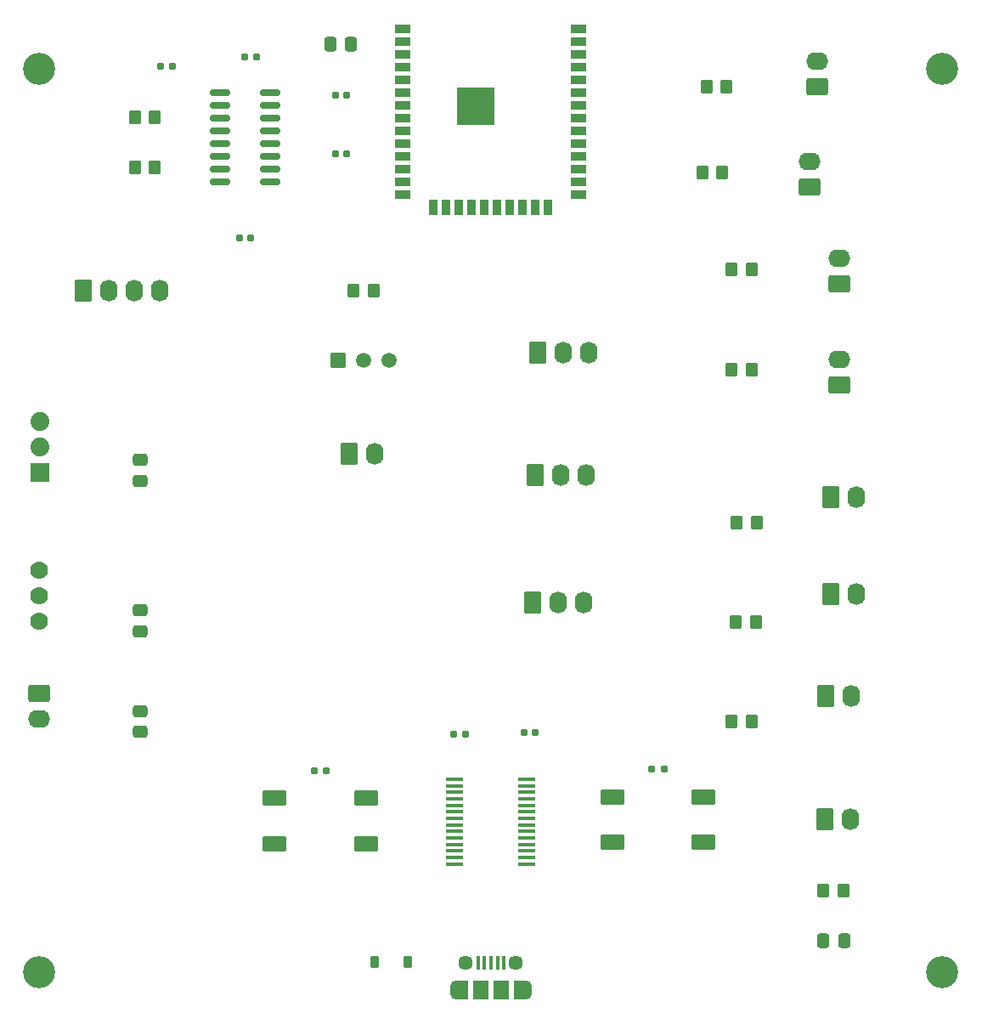
<source format=gbr>
%TF.GenerationSoftware,KiCad,Pcbnew,8.0.8*%
%TF.CreationDate,2025-03-29T16:04:27-05:00*%
%TF.ProjectId,ECE 445 PCBWay Order 4,45434520-3434-4352-9050-434257617920,rev?*%
%TF.SameCoordinates,Original*%
%TF.FileFunction,Soldermask,Top*%
%TF.FilePolarity,Negative*%
%FSLAX46Y46*%
G04 Gerber Fmt 4.6, Leading zero omitted, Abs format (unit mm)*
G04 Created by KiCad (PCBNEW 8.0.8) date 2025-03-29 16:04:27*
%MOMM*%
%LPD*%
G01*
G04 APERTURE LIST*
G04 Aperture macros list*
%AMRoundRect*
0 Rectangle with rounded corners*
0 $1 Rounding radius*
0 $2 $3 $4 $5 $6 $7 $8 $9 X,Y pos of 4 corners*
0 Add a 4 corners polygon primitive as box body*
4,1,4,$2,$3,$4,$5,$6,$7,$8,$9,$2,$3,0*
0 Add four circle primitives for the rounded corners*
1,1,$1+$1,$2,$3*
1,1,$1+$1,$4,$5*
1,1,$1+$1,$6,$7*
1,1,$1+$1,$8,$9*
0 Add four rect primitives between the rounded corners*
20,1,$1+$1,$2,$3,$4,$5,0*
20,1,$1+$1,$4,$5,$6,$7,0*
20,1,$1+$1,$6,$7,$8,$9,0*
20,1,$1+$1,$8,$9,$2,$3,0*%
G04 Aperture macros list end*
%ADD10RoundRect,0.155000X-0.212500X-0.155000X0.212500X-0.155000X0.212500X0.155000X-0.212500X0.155000X0*%
%ADD11RoundRect,0.250000X-0.620000X-0.845000X0.620000X-0.845000X0.620000X0.845000X-0.620000X0.845000X0*%
%ADD12O,1.740000X2.190000*%
%ADD13C,1.879600*%
%ADD14R,1.879600X1.879600*%
%ADD15C,1.778000*%
%ADD16R,1.750000X0.450000*%
%ADD17RoundRect,0.150000X-0.850000X-0.150000X0.850000X-0.150000X0.850000X0.150000X-0.850000X0.150000X0*%
%ADD18R,1.500000X0.900000*%
%ADD19R,0.900000X1.500000*%
%ADD20C,0.600000*%
%ADD21R,3.800000X3.800000*%
%ADD22RoundRect,0.102000X-1.050000X-0.700000X1.050000X-0.700000X1.050000X0.700000X-1.050000X0.700000X0*%
%ADD23RoundRect,0.250000X-0.350000X-0.450000X0.350000X-0.450000X0.350000X0.450000X-0.350000X0.450000X0*%
%ADD24RoundRect,0.250000X0.350000X0.450000X-0.350000X0.450000X-0.350000X-0.450000X0.350000X-0.450000X0*%
%ADD25RoundRect,0.160000X-0.197500X-0.160000X0.197500X-0.160000X0.197500X0.160000X-0.197500X0.160000X0*%
%ADD26RoundRect,0.102000X-0.649000X-0.649000X0.649000X-0.649000X0.649000X0.649000X-0.649000X0.649000X0*%
%ADD27C,1.502000*%
%ADD28RoundRect,0.250000X0.845000X-0.620000X0.845000X0.620000X-0.845000X0.620000X-0.845000X-0.620000X0*%
%ADD29O,2.190000X1.740000*%
%ADD30RoundRect,0.250000X-0.845000X0.620000X-0.845000X-0.620000X0.845000X-0.620000X0.845000X0.620000X0*%
%ADD31R,0.400000X1.350000*%
%ADD32O,1.200000X1.900000*%
%ADD33R,1.200000X1.900000*%
%ADD34C,1.450000*%
%ADD35R,1.500000X1.900000*%
%ADD36C,3.200000*%
%ADD37RoundRect,0.225000X-0.225000X-0.375000X0.225000X-0.375000X0.225000X0.375000X-0.225000X0.375000X0*%
%ADD38RoundRect,0.250000X-0.337500X-0.475000X0.337500X-0.475000X0.337500X0.475000X-0.337500X0.475000X0*%
%ADD39RoundRect,0.250000X-0.475000X0.337500X-0.475000X-0.337500X0.475000X-0.337500X0.475000X0.337500X0*%
%ADD40RoundRect,0.250000X0.475000X-0.337500X0.475000X0.337500X-0.475000X0.337500X-0.475000X-0.337500X0*%
G04 APERTURE END LIST*
D10*
%TO.C,C12*%
X153297000Y-111125000D03*
X154432000Y-111125000D03*
%TD*%
%TO.C,C11*%
X134501000Y-53467000D03*
X135636000Y-53467000D03*
%TD*%
%TO.C,C10*%
X125484000Y-43815000D03*
X126619000Y-43815000D03*
%TD*%
%TO.C,C8*%
X146312000Y-111252000D03*
X147447000Y-111252000D03*
%TD*%
%TO.C,C7*%
X124948500Y-61816000D03*
X126083500Y-61816000D03*
%TD*%
%TO.C,C6*%
X117102000Y-44704000D03*
X118237000Y-44704000D03*
%TD*%
D11*
%TO.C,J14*%
X135890000Y-83312000D03*
D12*
X138430000Y-83312000D03*
%TD*%
D13*
%TO.C,U6*%
X105029000Y-80137000D03*
X105029000Y-82677000D03*
D14*
X105029000Y-85217000D03*
%TD*%
D15*
%TO.C,U5*%
X105000000Y-100000000D03*
X105000000Y-97460000D03*
X105000000Y-94920000D03*
%TD*%
D16*
%TO.C,U4*%
X146400000Y-115775000D03*
X146400000Y-116425000D03*
X146400000Y-117075000D03*
X146400000Y-117725000D03*
X146400000Y-118375000D03*
X146400000Y-119025000D03*
X146400000Y-119675000D03*
X146400000Y-120325000D03*
X146400000Y-120975000D03*
X146400000Y-121625000D03*
X146400000Y-122275000D03*
X146400000Y-122925000D03*
X146400000Y-123575000D03*
X146400000Y-124225000D03*
X153600000Y-124225000D03*
X153600000Y-123575000D03*
X153600000Y-122925000D03*
X153600000Y-122275000D03*
X153600000Y-121625000D03*
X153600000Y-120975000D03*
X153600000Y-120325000D03*
X153600000Y-119675000D03*
X153600000Y-119025000D03*
X153600000Y-118375000D03*
X153600000Y-117725000D03*
X153600000Y-117075000D03*
X153600000Y-116425000D03*
X153600000Y-115775000D03*
%TD*%
D17*
%TO.C,U2*%
X123016000Y-47371000D03*
X123016000Y-48641000D03*
X123016000Y-49911000D03*
X123016000Y-51181000D03*
X123016000Y-52451000D03*
X123016000Y-53721000D03*
X123016000Y-54991000D03*
X123016000Y-56261000D03*
X128016000Y-56261000D03*
X128016000Y-54991000D03*
X128016000Y-53721000D03*
X128016000Y-52451000D03*
X128016000Y-51181000D03*
X128016000Y-49911000D03*
X128016000Y-48641000D03*
X128016000Y-47371000D03*
%TD*%
D18*
%TO.C,U1*%
X141210000Y-41021000D03*
X141210000Y-42291000D03*
X141210000Y-43561000D03*
X141210000Y-44831000D03*
X141210000Y-46101000D03*
X141210000Y-47371000D03*
X141210000Y-48641000D03*
X141210000Y-49911000D03*
X141210000Y-51181000D03*
X141210000Y-52451000D03*
X141210000Y-53721000D03*
X141210000Y-54991000D03*
X141210000Y-56261000D03*
X141210000Y-57531000D03*
D19*
X144250000Y-58781000D03*
X145520000Y-58781000D03*
X146790000Y-58781000D03*
X148060000Y-58781000D03*
X149330000Y-58781000D03*
X150600000Y-58781000D03*
X151870000Y-58781000D03*
X153140000Y-58781000D03*
X154410000Y-58781000D03*
X155680000Y-58781000D03*
D18*
X158710000Y-57531000D03*
X158710000Y-56261000D03*
X158710000Y-54991000D03*
X158710000Y-53721000D03*
X158710000Y-52451000D03*
X158710000Y-51181000D03*
X158710000Y-49911000D03*
X158710000Y-48641000D03*
X158710000Y-47371000D03*
X158710000Y-46101000D03*
X158710000Y-44831000D03*
X158710000Y-43561000D03*
X158710000Y-42291000D03*
X158710000Y-41021000D03*
D20*
X147060000Y-48041000D03*
X147060000Y-49441000D03*
X147760000Y-47341000D03*
X147760000Y-48741000D03*
X147760000Y-50141000D03*
X148435000Y-48041000D03*
X148435000Y-49441000D03*
D21*
X148460000Y-48741000D03*
D20*
X149160000Y-47341000D03*
X149160000Y-48741000D03*
X149160000Y-50141000D03*
X149860000Y-48041000D03*
X149860000Y-49441000D03*
%TD*%
D22*
%TO.C,SW3*%
X128441000Y-117674000D03*
X137541000Y-117674000D03*
X128441000Y-122174000D03*
X137541000Y-122174000D03*
%TD*%
%TO.C,SW1*%
X162096000Y-117547000D03*
X171196000Y-117547000D03*
X162096000Y-122047000D03*
X171196000Y-122047000D03*
%TD*%
D23*
%TO.C,R13*%
X114516000Y-49816000D03*
X116516000Y-49816000D03*
%TD*%
%TO.C,R12*%
X116516000Y-54816000D03*
X114516000Y-54816000D03*
%TD*%
D24*
%TO.C,R11*%
X176000000Y-75000000D03*
X174000000Y-75000000D03*
%TD*%
D23*
%TO.C,R10*%
X136303000Y-67056000D03*
X138303000Y-67056000D03*
%TD*%
D24*
%TO.C,R9*%
X176508000Y-90188000D03*
X174508000Y-90188000D03*
%TD*%
%TO.C,R8*%
X174000000Y-110000000D03*
X176000000Y-110000000D03*
%TD*%
%TO.C,R7*%
X176381000Y-100139000D03*
X174381000Y-100139000D03*
%TD*%
D23*
%TO.C,R6*%
X183150000Y-126826000D03*
X185150000Y-126826000D03*
%TD*%
D24*
%TO.C,R5*%
X173499000Y-46736000D03*
X171499000Y-46736000D03*
%TD*%
%TO.C,R4*%
X176000000Y-65000000D03*
X174000000Y-65000000D03*
%TD*%
%TO.C,R3*%
X173059000Y-55315000D03*
X171059000Y-55315000D03*
%TD*%
D25*
%TO.C,R2*%
X166048500Y-114797000D03*
X167243500Y-114797000D03*
%TD*%
%TO.C,R1*%
X132393500Y-114924000D03*
X133588500Y-114924000D03*
%TD*%
D26*
%TO.C,Q1*%
X134747000Y-74041000D03*
D27*
X137287000Y-74041000D03*
X139827000Y-74041000D03*
%TD*%
D28*
%TO.C,J15*%
X184678000Y-76454000D03*
D29*
X184678000Y-73914000D03*
%TD*%
D11*
%TO.C,J13*%
X154686000Y-73279000D03*
D12*
X157226000Y-73279000D03*
X159766000Y-73279000D03*
%TD*%
D11*
%TO.C,J12*%
X154432000Y-85471000D03*
D12*
X156972000Y-85471000D03*
X159512000Y-85471000D03*
%TD*%
D11*
%TO.C,J11*%
X154178000Y-98171000D03*
D12*
X156718000Y-98171000D03*
X159258000Y-98171000D03*
%TD*%
D11*
%TO.C,J10*%
X183896000Y-87630000D03*
D12*
X186436000Y-87630000D03*
%TD*%
D11*
%TO.C,J9*%
X183388000Y-107442000D03*
D12*
X185928000Y-107442000D03*
%TD*%
D11*
%TO.C,J8*%
X183896000Y-97282000D03*
D12*
X186436000Y-97282000D03*
%TD*%
D11*
%TO.C,J7*%
X183261000Y-119761000D03*
D12*
X185801000Y-119761000D03*
%TD*%
D28*
%TO.C,J6*%
X182499000Y-46736000D03*
D29*
X182499000Y-44196000D03*
%TD*%
D28*
%TO.C,J5*%
X184678000Y-66454000D03*
D29*
X184678000Y-63914000D03*
%TD*%
D28*
%TO.C,J4*%
X181737000Y-56769000D03*
D29*
X181737000Y-54229000D03*
%TD*%
D30*
%TO.C,J3*%
X105000000Y-107188000D03*
D29*
X105000000Y-109728000D03*
%TD*%
D31*
%TO.C,J2*%
X148700000Y-134079000D03*
X149350000Y-134079000D03*
X150000000Y-134079000D03*
X150650000Y-134079000D03*
X151300000Y-134079000D03*
D32*
X146500000Y-136779000D03*
D33*
X147100000Y-136779000D03*
D34*
X147500000Y-134079000D03*
D35*
X149000000Y-136779000D03*
X151000000Y-136779000D03*
D34*
X152500000Y-134079000D03*
D33*
X152900000Y-136779000D03*
D32*
X153500000Y-136779000D03*
%TD*%
D11*
%TO.C,J1*%
X109347000Y-67056000D03*
D12*
X111887000Y-67056000D03*
X114427000Y-67056000D03*
X116967000Y-67056000D03*
%TD*%
D36*
%TO.C,H4*%
X195000000Y-135000000D03*
%TD*%
%TO.C,H3*%
X105000000Y-135000000D03*
%TD*%
%TO.C,H2*%
X105000000Y-45000000D03*
%TD*%
%TO.C,H1*%
X195000000Y-45000000D03*
%TD*%
D37*
%TO.C,D2*%
X138432000Y-133985000D03*
X141732000Y-133985000D03*
%TD*%
D38*
%TO.C,C9*%
X183112500Y-131826000D03*
X185187500Y-131826000D03*
%TD*%
D10*
%TO.C,C5*%
X134501000Y-47625000D03*
X135636000Y-47625000D03*
%TD*%
D38*
%TO.C,C4*%
X133962500Y-42500000D03*
X136037500Y-42500000D03*
%TD*%
D39*
%TO.C,C3*%
X115000000Y-108962500D03*
X115000000Y-111037500D03*
%TD*%
D40*
%TO.C,C2*%
X115000000Y-83962500D03*
X115000000Y-86037500D03*
%TD*%
%TO.C,C1*%
X115000000Y-101037500D03*
X115000000Y-98962500D03*
%TD*%
M02*

</source>
